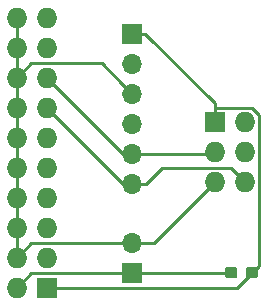
<source format=gtl>
G04 #@! TF.GenerationSoftware,KiCad,Pcbnew,(5.0.1-3-g963ef8bb5)*
G04 #@! TF.CreationDate,2018-11-27T15:22:05+00:00*
G04 #@! TF.ProjectId,jlink-swd-adapter,6A6C696E6B2D7377642D616461707465,rev?*
G04 #@! TF.SameCoordinates,Original*
G04 #@! TF.FileFunction,Copper,L1,Top,Signal*
G04 #@! TF.FilePolarity,Positive*
%FSLAX46Y46*%
G04 Gerber Fmt 4.6, Leading zero omitted, Abs format (unit mm)*
G04 Created by KiCad (PCBNEW (5.0.1-3-g963ef8bb5)) date Tuesday, 27 November 2018 at 15:22:05*
%MOMM*%
%LPD*%
G01*
G04 APERTURE LIST*
G04 #@! TA.AperFunction,Conductor*
%ADD10C,0.100000*%
G04 #@! TD*
G04 #@! TA.AperFunction,SMDPad,CuDef*
%ADD11C,0.950000*%
G04 #@! TD*
G04 #@! TA.AperFunction,ComponentPad*
%ADD12R,1.700000X1.700000*%
G04 #@! TD*
G04 #@! TA.AperFunction,ComponentPad*
%ADD13O,1.700000X1.700000*%
G04 #@! TD*
G04 #@! TA.AperFunction,ComponentPad*
%ADD14R,1.727200X1.727200*%
G04 #@! TD*
G04 #@! TA.AperFunction,ComponentPad*
%ADD15O,1.727200X1.727200*%
G04 #@! TD*
G04 #@! TA.AperFunction,Conductor*
%ADD16C,0.250000*%
G04 #@! TD*
G04 APERTURE END LIST*
D10*
G04 #@! TO.N,VTREF*
G04 #@! TO.C,R1*
G36*
X121185779Y-97026144D02*
X121208834Y-97029563D01*
X121231443Y-97035227D01*
X121253387Y-97043079D01*
X121274457Y-97053044D01*
X121294448Y-97065026D01*
X121313168Y-97078910D01*
X121330438Y-97094562D01*
X121346090Y-97111832D01*
X121359974Y-97130552D01*
X121371956Y-97150543D01*
X121381921Y-97171613D01*
X121389773Y-97193557D01*
X121395437Y-97216166D01*
X121398856Y-97239221D01*
X121400000Y-97262500D01*
X121400000Y-97737500D01*
X121398856Y-97760779D01*
X121395437Y-97783834D01*
X121389773Y-97806443D01*
X121381921Y-97828387D01*
X121371956Y-97849457D01*
X121359974Y-97869448D01*
X121346090Y-97888168D01*
X121330438Y-97905438D01*
X121313168Y-97921090D01*
X121294448Y-97934974D01*
X121274457Y-97946956D01*
X121253387Y-97956921D01*
X121231443Y-97964773D01*
X121208834Y-97970437D01*
X121185779Y-97973856D01*
X121162500Y-97975000D01*
X120587500Y-97975000D01*
X120564221Y-97973856D01*
X120541166Y-97970437D01*
X120518557Y-97964773D01*
X120496613Y-97956921D01*
X120475543Y-97946956D01*
X120455552Y-97934974D01*
X120436832Y-97921090D01*
X120419562Y-97905438D01*
X120403910Y-97888168D01*
X120390026Y-97869448D01*
X120378044Y-97849457D01*
X120368079Y-97828387D01*
X120360227Y-97806443D01*
X120354563Y-97783834D01*
X120351144Y-97760779D01*
X120350000Y-97737500D01*
X120350000Y-97262500D01*
X120351144Y-97239221D01*
X120354563Y-97216166D01*
X120360227Y-97193557D01*
X120368079Y-97171613D01*
X120378044Y-97150543D01*
X120390026Y-97130552D01*
X120403910Y-97111832D01*
X120419562Y-97094562D01*
X120436832Y-97078910D01*
X120455552Y-97065026D01*
X120475543Y-97053044D01*
X120496613Y-97043079D01*
X120518557Y-97035227D01*
X120541166Y-97029563D01*
X120564221Y-97026144D01*
X120587500Y-97025000D01*
X121162500Y-97025000D01*
X121185779Y-97026144D01*
X121185779Y-97026144D01*
G37*
D11*
G04 #@! TD*
G04 #@! TO.P,R1,1*
G04 #@! TO.N,VTREF*
X120875000Y-97500000D03*
D10*
G04 #@! TO.N,VCC*
G04 #@! TO.C,R1*
G36*
X119435779Y-97026144D02*
X119458834Y-97029563D01*
X119481443Y-97035227D01*
X119503387Y-97043079D01*
X119524457Y-97053044D01*
X119544448Y-97065026D01*
X119563168Y-97078910D01*
X119580438Y-97094562D01*
X119596090Y-97111832D01*
X119609974Y-97130552D01*
X119621956Y-97150543D01*
X119631921Y-97171613D01*
X119639773Y-97193557D01*
X119645437Y-97216166D01*
X119648856Y-97239221D01*
X119650000Y-97262500D01*
X119650000Y-97737500D01*
X119648856Y-97760779D01*
X119645437Y-97783834D01*
X119639773Y-97806443D01*
X119631921Y-97828387D01*
X119621956Y-97849457D01*
X119609974Y-97869448D01*
X119596090Y-97888168D01*
X119580438Y-97905438D01*
X119563168Y-97921090D01*
X119544448Y-97934974D01*
X119524457Y-97946956D01*
X119503387Y-97956921D01*
X119481443Y-97964773D01*
X119458834Y-97970437D01*
X119435779Y-97973856D01*
X119412500Y-97975000D01*
X118837500Y-97975000D01*
X118814221Y-97973856D01*
X118791166Y-97970437D01*
X118768557Y-97964773D01*
X118746613Y-97956921D01*
X118725543Y-97946956D01*
X118705552Y-97934974D01*
X118686832Y-97921090D01*
X118669562Y-97905438D01*
X118653910Y-97888168D01*
X118640026Y-97869448D01*
X118628044Y-97849457D01*
X118618079Y-97828387D01*
X118610227Y-97806443D01*
X118604563Y-97783834D01*
X118601144Y-97760779D01*
X118600000Y-97737500D01*
X118600000Y-97262500D01*
X118601144Y-97239221D01*
X118604563Y-97216166D01*
X118610227Y-97193557D01*
X118618079Y-97171613D01*
X118628044Y-97150543D01*
X118640026Y-97130552D01*
X118653910Y-97111832D01*
X118669562Y-97094562D01*
X118686832Y-97078910D01*
X118705552Y-97065026D01*
X118725543Y-97053044D01*
X118746613Y-97043079D01*
X118768557Y-97035227D01*
X118791166Y-97029563D01*
X118814221Y-97026144D01*
X118837500Y-97025000D01*
X119412500Y-97025000D01*
X119435779Y-97026144D01*
X119435779Y-97026144D01*
G37*
D11*
G04 #@! TD*
G04 #@! TO.P,R1,2*
G04 #@! TO.N,VCC*
X119125000Y-97500000D03*
D12*
G04 #@! TO.P,J2,1*
G04 #@! TO.N,VCC*
X110750000Y-97500000D03*
D13*
G04 #@! TO.P,J2,2*
G04 #@! TO.N,GND*
X110750000Y-94960000D03*
G04 #@! TD*
D12*
G04 #@! TO.P,J4,1*
G04 #@! TO.N,VTREF*
X110750000Y-77250000D03*
D13*
G04 #@! TO.P,J4,2*
G04 #@! TO.N,SWCLK*
X110750000Y-79790000D03*
G04 #@! TO.P,J4,3*
G04 #@! TO.N,GND*
X110750000Y-82330000D03*
G04 #@! TO.P,J4,4*
G04 #@! TO.N,SWDIO*
X110750000Y-84870000D03*
G04 #@! TO.P,J4,5*
G04 #@! TO.N,~RESET*
X110750000Y-87410000D03*
G04 #@! TO.P,J4,6*
G04 #@! TO.N,SWO*
X110750000Y-89950000D03*
G04 #@! TD*
D14*
G04 #@! TO.P,J1,1*
G04 #@! TO.N,VTREF*
X103500000Y-98750000D03*
D15*
G04 #@! TO.P,J1,2*
G04 #@! TO.N,VCC*
X100960000Y-98750000D03*
G04 #@! TO.P,J1,3*
G04 #@! TO.N,Net-(J1-Pad3)*
X103500000Y-96210000D03*
G04 #@! TO.P,J1,4*
G04 #@! TO.N,GND*
X100960000Y-96210000D03*
G04 #@! TO.P,J1,5*
G04 #@! TO.N,Net-(J1-Pad5)*
X103500000Y-93670000D03*
G04 #@! TO.P,J1,6*
G04 #@! TO.N,GND*
X100960000Y-93670000D03*
G04 #@! TO.P,J1,7*
G04 #@! TO.N,SWDIO*
X103500000Y-91130000D03*
G04 #@! TO.P,J1,8*
G04 #@! TO.N,GND*
X100960000Y-91130000D03*
G04 #@! TO.P,J1,9*
G04 #@! TO.N,SWCLK*
X103500000Y-88590000D03*
G04 #@! TO.P,J1,10*
G04 #@! TO.N,GND*
X100960000Y-88590000D03*
G04 #@! TO.P,J1,11*
G04 #@! TO.N,Net-(J1-Pad11)*
X103500000Y-86050000D03*
G04 #@! TO.P,J1,12*
G04 #@! TO.N,GND*
X100960000Y-86050000D03*
G04 #@! TO.P,J1,13*
G04 #@! TO.N,SWO*
X103500000Y-83510000D03*
G04 #@! TO.P,J1,14*
G04 #@! TO.N,GND*
X100960000Y-83510000D03*
G04 #@! TO.P,J1,15*
G04 #@! TO.N,~RESET*
X103500000Y-80970000D03*
G04 #@! TO.P,J1,16*
G04 #@! TO.N,GND*
X100960000Y-80970000D03*
G04 #@! TO.P,J1,17*
G04 #@! TO.N,Net-(J1-Pad17)*
X103500000Y-78430000D03*
G04 #@! TO.P,J1,18*
G04 #@! TO.N,GND*
X100960000Y-78430000D03*
G04 #@! TO.P,J1,19*
G04 #@! TO.N,Net-(J1-Pad19)*
X103500000Y-75890000D03*
G04 #@! TO.P,J1,20*
G04 #@! TO.N,GND*
X100960000Y-75890000D03*
G04 #@! TD*
D14*
G04 #@! TO.P,J3,1*
G04 #@! TO.N,VTREF*
X117750000Y-84750000D03*
D15*
G04 #@! TO.P,J3,2*
G04 #@! TO.N,SWDIO*
X120290000Y-84750000D03*
G04 #@! TO.P,J3,3*
G04 #@! TO.N,~RESET*
X117750000Y-87290000D03*
G04 #@! TO.P,J3,4*
G04 #@! TO.N,SWCLK*
X120290000Y-87290000D03*
G04 #@! TO.P,J3,5*
G04 #@! TO.N,GND*
X117750000Y-89830000D03*
G04 #@! TO.P,J3,6*
G04 #@! TO.N,SWO*
X120290000Y-89830000D03*
G04 #@! TD*
D16*
G04 #@! TO.N,VTREF*
X119625000Y-98750000D02*
X120875000Y-97500000D01*
X103500000Y-98750000D02*
X119625000Y-98750000D01*
X121478601Y-96896399D02*
X121374072Y-97000928D01*
X121478601Y-84179471D02*
X121478601Y-96896399D01*
X120860529Y-83561399D02*
X121478601Y-84179471D01*
X121374072Y-97000928D02*
X120875000Y-97500000D01*
X117825001Y-83561399D02*
X120860529Y-83561399D01*
X117750000Y-83636400D02*
X117825001Y-83561399D01*
X111850000Y-77250000D02*
X117750000Y-83150000D01*
X117750000Y-83636400D02*
X117750000Y-84750000D01*
X117750000Y-83150000D02*
X117750000Y-83636400D01*
X110750000Y-77250000D02*
X111850000Y-77250000D01*
G04 #@! TO.N,VCC*
X102210000Y-97500000D02*
X110750000Y-97500000D01*
X100960000Y-98750000D02*
X102210000Y-97500000D01*
X110750000Y-97500000D02*
X119125000Y-97500000D01*
G04 #@! TO.N,GND*
X100960000Y-77111314D02*
X100960000Y-78430000D01*
X100960000Y-75890000D02*
X100960000Y-77111314D01*
X100960000Y-79651314D02*
X100960000Y-80970000D01*
X100960000Y-78430000D02*
X100960000Y-79651314D01*
X100960000Y-82191314D02*
X100960000Y-83510000D01*
X100960000Y-80970000D02*
X100960000Y-82191314D01*
X100960000Y-84731314D02*
X100960000Y-86050000D01*
X100960000Y-83510000D02*
X100960000Y-84731314D01*
X100960000Y-86050000D02*
X100960000Y-88590000D01*
X100960000Y-89811314D02*
X100960000Y-91130000D01*
X100960000Y-88590000D02*
X100960000Y-89811314D01*
X100960000Y-92351314D02*
X100960000Y-93670000D01*
X100960000Y-91130000D02*
X100960000Y-92351314D01*
X100960000Y-94891314D02*
X100960000Y-96210000D01*
X100960000Y-93670000D02*
X100960000Y-94891314D01*
X102210000Y-94960000D02*
X110750000Y-94960000D01*
X100960000Y-96210000D02*
X102210000Y-94960000D01*
X112620000Y-94960000D02*
X117750000Y-89830000D01*
X110750000Y-94960000D02*
X112620000Y-94960000D01*
X109900001Y-81480001D02*
X110750000Y-82330000D01*
X108201399Y-79781399D02*
X109900001Y-81480001D01*
X102148601Y-79781399D02*
X108201399Y-79781399D01*
X100960000Y-80970000D02*
X102148601Y-79781399D01*
G04 #@! TO.N,SWO*
X109940000Y-89950000D02*
X110750000Y-89950000D01*
X103500000Y-83510000D02*
X109940000Y-89950000D01*
X113260682Y-88641399D02*
X119101399Y-88641399D01*
X119426401Y-88966401D02*
X120290000Y-89830000D01*
X119101399Y-88641399D02*
X119426401Y-88966401D01*
X111952081Y-89950000D02*
X113260682Y-88641399D01*
X110750000Y-89950000D02*
X111952081Y-89950000D01*
G04 #@! TO.N,~RESET*
X109940000Y-87410000D02*
X110750000Y-87410000D01*
X103500000Y-80970000D02*
X109940000Y-87410000D01*
X117630000Y-87410000D02*
X117750000Y-87290000D01*
X110750000Y-87410000D02*
X117630000Y-87410000D01*
G04 #@! TD*
M02*

</source>
